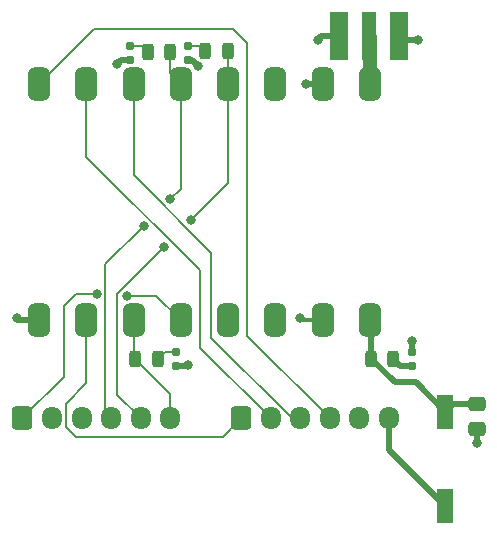
<source format=gtl>
%TF.GenerationSoftware,KiCad,Pcbnew,8.0.8*%
%TF.CreationDate,2025-04-18T09:22:24-04:00*%
%TF.ProjectId,RF4463F30-test-board,52463434-3633-4463-9330-2d746573742d,rev?*%
%TF.SameCoordinates,Original*%
%TF.FileFunction,Copper,L1,Top*%
%TF.FilePolarity,Positive*%
%FSLAX46Y46*%
G04 Gerber Fmt 4.6, Leading zero omitted, Abs format (unit mm)*
G04 Created by KiCad (PCBNEW 8.0.8) date 2025-04-18 09:22:24*
%MOMM*%
%LPD*%
G01*
G04 APERTURE LIST*
G04 Aperture macros list*
%AMRoundRect*
0 Rectangle with rounded corners*
0 $1 Rounding radius*
0 $2 $3 $4 $5 $6 $7 $8 $9 X,Y pos of 4 corners*
0 Add a 4 corners polygon primitive as box body*
4,1,4,$2,$3,$4,$5,$6,$7,$8,$9,$2,$3,0*
0 Add four circle primitives for the rounded corners*
1,1,$1+$1,$2,$3*
1,1,$1+$1,$4,$5*
1,1,$1+$1,$6,$7*
1,1,$1+$1,$8,$9*
0 Add four rect primitives between the rounded corners*
20,1,$1+$1,$2,$3,$4,$5,0*
20,1,$1+$1,$4,$5,$6,$7,0*
20,1,$1+$1,$6,$7,$8,$9,0*
20,1,$1+$1,$8,$9,$2,$3,0*%
G04 Aperture macros list end*
%TA.AperFunction,SMDPad,CuDef*%
%ADD10R,1.470000X3.000000*%
%TD*%
%TA.AperFunction,SMDPad,CuDef*%
%ADD11RoundRect,0.160000X-0.160000X0.197500X-0.160000X-0.197500X0.160000X-0.197500X0.160000X0.197500X0*%
%TD*%
%TA.AperFunction,SMDPad,CuDef*%
%ADD12RoundRect,0.243750X0.243750X0.456250X-0.243750X0.456250X-0.243750X-0.456250X0.243750X-0.456250X0*%
%TD*%
%TA.AperFunction,SMDPad,CuDef*%
%ADD13RoundRect,0.250000X-0.475000X0.337500X-0.475000X-0.337500X0.475000X-0.337500X0.475000X0.337500X0*%
%TD*%
%TA.AperFunction,SMDPad,CuDef*%
%ADD14RoundRect,0.243750X-0.243750X-0.456250X0.243750X-0.456250X0.243750X0.456250X-0.243750X0.456250X0*%
%TD*%
%TA.AperFunction,ComponentPad*%
%ADD15RoundRect,0.250000X-0.600000X-0.725000X0.600000X-0.725000X0.600000X0.725000X-0.600000X0.725000X0*%
%TD*%
%TA.AperFunction,ComponentPad*%
%ADD16O,1.700000X1.950000*%
%TD*%
%TA.AperFunction,SMDPad,CuDef*%
%ADD17R,1.270000X4.064000*%
%TD*%
%TA.AperFunction,SMDPad,CuDef*%
%ADD18R,1.524000X4.064000*%
%TD*%
%TA.AperFunction,SMDPad,CuDef*%
%ADD19RoundRect,0.450000X-0.450000X0.950000X-0.450000X-0.950000X0.450000X-0.950000X0.450000X0.950000X0*%
%TD*%
%TA.AperFunction,SMDPad,CuDef*%
%ADD20RoundRect,0.160000X0.160000X-0.197500X0.160000X0.197500X-0.160000X0.197500X-0.160000X-0.197500X0*%
%TD*%
%TA.AperFunction,ViaPad*%
%ADD21C,0.800000*%
%TD*%
%TA.AperFunction,Conductor*%
%ADD22C,1.201900*%
%TD*%
%TA.AperFunction,Conductor*%
%ADD23C,0.508000*%
%TD*%
%TA.AperFunction,Conductor*%
%ADD24C,0.304800*%
%TD*%
%TA.AperFunction,Conductor*%
%ADD25C,0.152400*%
%TD*%
G04 APERTURE END LIST*
D10*
%TO.P,FB1,1*%
%TO.N,VIN*%
X181800000Y-116000000D03*
%TO.P,FB1,2*%
%TO.N,+5V*%
X181800000Y-108000000D03*
%TD*%
D11*
%TO.P,R2,1*%
%TO.N,Net-(GPIO1-K)*%
X155062500Y-76977500D03*
%TO.P,R2,2*%
%TO.N,GND*%
X155062500Y-78172500D03*
%TD*%
D12*
%TO.P,IRQ1,1,K*%
%TO.N,Net-(IRQ1-K)*%
X157437500Y-103500000D03*
%TO.P,IRQ1,2,A*%
%TO.N,IRQ*%
X155562500Y-103500000D03*
%TD*%
D13*
%TO.P,C1,1*%
%TO.N,+5V*%
X184500000Y-107362500D03*
%TO.P,C1,2*%
%TO.N,GND*%
X184500000Y-109437500D03*
%TD*%
D14*
%TO.P,GPIO1,1,K*%
%TO.N,Net-(GPIO1-K)*%
X156625000Y-77500000D03*
%TO.P,GPIO1,2,A*%
%TO.N,GPIO1*%
X158500000Y-77500000D03*
%TD*%
D15*
%TO.P,J1,1,Pin_1*%
%TO.N,CS*%
X164500000Y-108550000D03*
D16*
%TO.P,J1,2,Pin_2*%
%TO.N,MOSI*%
X167000000Y-108550000D03*
%TO.P,J1,3,Pin_3*%
%TO.N,MISO*%
X169500000Y-108550000D03*
%TO.P,J1,4,Pin_4*%
%TO.N,SCK*%
X172000000Y-108550000D03*
%TO.P,J1,5,Pin_5*%
%TO.N,GND*%
X174500000Y-108550000D03*
%TO.P,J1,6,Pin_6*%
%TO.N,VIN*%
X177000000Y-108550000D03*
%TD*%
D14*
%TO.P,GPIO0,1,K*%
%TO.N,Net-(GPIO0-K)*%
X161492500Y-77465000D03*
%TO.P,GPIO0,2,A*%
%TO.N,GPIO0*%
X163367500Y-77465000D03*
%TD*%
D15*
%TO.P,J2,1,Pin_1*%
%TO.N,SDN*%
X146000000Y-108550000D03*
D16*
%TO.P,J2,2,Pin_2*%
%TO.N,unconnected-(J2-Pin_2-Pad2)*%
X148500000Y-108550000D03*
%TO.P,J2,3,Pin_3*%
%TO.N,unconnected-(J2-Pin_3-Pad3)*%
X151000000Y-108550000D03*
%TO.P,J2,4,Pin_4*%
%TO.N,GPIO1*%
X153500000Y-108550000D03*
%TO.P,J2,5,Pin_5*%
%TO.N,GPIO0*%
X156000000Y-108550000D03*
%TO.P,J2,6,Pin_6*%
%TO.N,IRQ*%
X158500000Y-108550000D03*
%TD*%
D11*
%TO.P,R1,1*%
%TO.N,Net-(IRQ1-K)*%
X159000000Y-102887500D03*
%TO.P,R1,2*%
%TO.N,GND*%
X159000000Y-104082500D03*
%TD*%
D17*
%TO.P,ANT1,1,In*%
%TO.N,Net-(ANT1-In)*%
X175340000Y-76200000D03*
D18*
%TO.P,ANT1,2,Ext*%
%TO.N,GND*%
X177880000Y-76200000D03*
X172800000Y-76200000D03*
%TD*%
D11*
%TO.P,R3,1*%
%TO.N,Net-(GPIO0-K)*%
X160000000Y-77000000D03*
%TO.P,R3,2*%
%TO.N,GND*%
X160000000Y-78195000D03*
%TD*%
D19*
%TO.P,RF4463F1,1,VCC*%
%TO.N,+5V*%
X175417500Y-100235000D03*
%TO.P,RF4463F1,2,GND*%
%TO.N,GND*%
X171417500Y-100235000D03*
%TO.P,RF4463F1,3,NC*%
%TO.N,unconnected-(RF4463F1-NC-Pad3)*%
X167417500Y-100235000D03*
%TO.P,RF4463F1,4,NC*%
%TO.N,unconnected-(RF4463F1-NC-Pad4)*%
X163417500Y-100235000D03*
%TO.P,RF4463F1,5,SDN*%
%TO.N,SDN*%
X159417500Y-100235000D03*
%TO.P,RF4463F1,6,IRQ*%
%TO.N,IRQ*%
X155417500Y-100235000D03*
%TO.P,RF4463F1,7,CS*%
%TO.N,CS*%
X151417500Y-100235000D03*
%TO.P,RF4463F1,8,GND*%
%TO.N,GND*%
X147417500Y-100235000D03*
%TO.P,RF4463F1,9,SCK*%
%TO.N,SCK*%
X147417500Y-80235000D03*
%TO.P,RF4463F1,10,SDI*%
%TO.N,MOSI*%
X151417500Y-80235000D03*
%TO.P,RF4463F1,11,SDO*%
%TO.N,MISO*%
X155417500Y-80235000D03*
%TO.P,RF4463F1,12,GPIO1*%
%TO.N,GPIO1*%
X159417500Y-80235000D03*
%TO.P,RF4463F1,13,GPIO0*%
%TO.N,GPIO0*%
X163417500Y-80235000D03*
%TO.P,RF4463F1,14,NC*%
%TO.N,unconnected-(RF4463F1-NC-Pad14)*%
X167417500Y-80235000D03*
%TO.P,RF4463F1,15,AGND*%
%TO.N,GND*%
X171417500Y-80235000D03*
%TO.P,RF4463F1,16,ANT*%
%TO.N,Net-(ANT1-In)*%
X175417500Y-80235000D03*
%TD*%
D20*
%TO.P,R4,1*%
%TO.N,Net-(5v0-K)*%
X179000000Y-104097500D03*
%TO.P,R4,2*%
%TO.N,GND*%
X179000000Y-102902500D03*
%TD*%
D12*
%TO.P,5v0,1,K*%
%TO.N,Net-(5v0-K)*%
X177375000Y-103500000D03*
%TO.P,5v0,2,A*%
%TO.N,+5V*%
X175500000Y-103500000D03*
%TD*%
D21*
%TO.N,GND*%
X154000000Y-78500000D03*
X169500000Y-100000000D03*
X160879523Y-78684578D03*
X171000000Y-76500000D03*
X160000000Y-104000000D03*
X145500000Y-100000000D03*
X170000000Y-80200000D03*
X184500000Y-110600000D03*
X179000000Y-102000000D03*
X179500000Y-76500000D03*
%TO.N,GPIO1*%
X156271854Y-92228146D03*
X158500000Y-90000000D03*
%TO.N,GPIO0*%
X158000000Y-94000000D03*
X160228146Y-91771854D03*
%TO.N,SDN*%
X152323800Y-98000000D03*
X154816246Y-98140046D03*
%TD*%
D22*
%TO.N,Net-(ANT1-In)*%
X175417500Y-76277500D02*
X175340000Y-76200000D01*
X175417500Y-80235000D02*
X175417500Y-76277500D01*
D23*
%TO.N,GND*%
X172800000Y-76200000D02*
X171300000Y-76200000D01*
X155062500Y-78172500D02*
X154327500Y-78172500D01*
X160389945Y-78195000D02*
X160879523Y-78684578D01*
X171300000Y-76200000D02*
X171000000Y-76500000D01*
X178180000Y-76500000D02*
X177880000Y-76200000D01*
X184500000Y-109437500D02*
X184500000Y-110600000D01*
X159917500Y-104082500D02*
X160000000Y-104000000D01*
X179500000Y-76500000D02*
X178180000Y-76500000D01*
X159000000Y-104082500D02*
X159917500Y-104082500D01*
D24*
X171417500Y-100235000D02*
X169735000Y-100235000D01*
D23*
X171417500Y-80235000D02*
X170035000Y-80235000D01*
X179000000Y-102902500D02*
X179000000Y-102000000D01*
X160000000Y-78195000D02*
X160389945Y-78195000D01*
X154327500Y-78172500D02*
X154000000Y-78500000D01*
X145735000Y-100235000D02*
X145500000Y-100000000D01*
X170035000Y-80235000D02*
X170000000Y-80200000D01*
D24*
X169735000Y-100235000D02*
X169500000Y-100000000D01*
D23*
X147417500Y-100235000D02*
X145735000Y-100235000D01*
D25*
%TO.N,IRQ*%
X158500000Y-106437500D02*
X155562500Y-103500000D01*
X155417500Y-100235000D02*
X155417500Y-103355000D01*
X158500000Y-108550000D02*
X158500000Y-106437500D01*
X155417500Y-103355000D02*
X155562500Y-103500000D01*
%TO.N,GPIO1*%
X159417500Y-89082500D02*
X158500000Y-90000000D01*
X159417500Y-80235000D02*
X159417500Y-89082500D01*
X158500000Y-79317500D02*
X159417500Y-80235000D01*
X153000000Y-95500000D02*
X153000000Y-108050000D01*
X153000000Y-108050000D02*
X153500000Y-108550000D01*
X158500000Y-77500000D02*
X158500000Y-79317500D01*
X156271854Y-92228146D02*
X153000000Y-95500000D01*
%TO.N,GPIO0*%
X154000000Y-106550000D02*
X156000000Y-108550000D01*
X163367500Y-80185000D02*
X163417500Y-80235000D01*
X154000000Y-98000000D02*
X154000000Y-106550000D01*
X163417500Y-80235000D02*
X163417500Y-88582500D01*
X163367500Y-77465000D02*
X163367500Y-80185000D01*
X158000000Y-94000000D02*
X154000000Y-98000000D01*
X163417500Y-88582500D02*
X160228146Y-91771854D01*
D23*
%TO.N,+5V*%
X177500000Y-105500000D02*
X175500000Y-103500000D01*
X181800000Y-108000000D02*
X179300000Y-105500000D01*
X175500000Y-100317500D02*
X175417500Y-100235000D01*
X182437500Y-107362500D02*
X181800000Y-108000000D01*
X175500000Y-103500000D02*
X175500000Y-100317500D01*
X184500000Y-107362500D02*
X182437500Y-107362500D01*
X179300000Y-105500000D02*
X177500000Y-105500000D01*
D25*
%TO.N,CS*%
X164500000Y-108550000D02*
X162950000Y-110100000D01*
X162950000Y-110100000D02*
X150500000Y-110100000D01*
X150500000Y-110100000D02*
X149700000Y-109300000D01*
X151417500Y-105582500D02*
X151417500Y-100235000D01*
X149700000Y-109300000D02*
X149700000Y-107300000D01*
X149700000Y-107300000D02*
X151417500Y-105582500D01*
%TO.N,MOSI*%
X161000000Y-96000000D02*
X151417500Y-86417500D01*
X151417500Y-86417500D02*
X151417500Y-80235000D01*
X167000000Y-108550000D02*
X161000000Y-102550000D01*
X161000000Y-102550000D02*
X161000000Y-96000000D01*
%TO.N,MISO*%
X168846850Y-108550000D02*
X162000000Y-101703150D01*
X162000000Y-101703150D02*
X162000000Y-94500000D01*
X155417500Y-87917500D02*
X155417500Y-80235000D01*
X169500000Y-108550000D02*
X168846850Y-108550000D01*
X162000000Y-94500000D02*
X155417500Y-87917500D01*
%TO.N,SDN*%
X150500000Y-98000000D02*
X149500000Y-99000000D01*
X157322546Y-98140046D02*
X154816246Y-98140046D01*
X149500000Y-99000000D02*
X149500000Y-105050000D01*
X152323800Y-98000000D02*
X150500000Y-98000000D01*
X159417500Y-100235000D02*
X157322546Y-98140046D01*
X149500000Y-105050000D02*
X146000000Y-108550000D01*
%TO.N,SCK*%
X165000000Y-76800000D02*
X163800000Y-75600000D01*
X163800000Y-75600000D02*
X152052500Y-75600000D01*
X165000000Y-101550000D02*
X165000000Y-76800000D01*
X172000000Y-108550000D02*
X165000000Y-101550000D01*
X152052500Y-75600000D02*
X147417500Y-80235000D01*
D23*
%TO.N,Net-(5v0-K)*%
X177972500Y-104097500D02*
X179000000Y-104097500D01*
X177375000Y-103500000D02*
X177972500Y-104097500D01*
D25*
%TO.N,Net-(GPIO0-K)*%
X160000000Y-77000000D02*
X161027500Y-77000000D01*
X161027500Y-77000000D02*
X161492500Y-77465000D01*
%TO.N,Net-(GPIO1-K)*%
X156102500Y-76977500D02*
X156625000Y-77500000D01*
X155062500Y-76977500D02*
X156102500Y-76977500D01*
%TO.N,Net-(IRQ1-K)*%
X157437500Y-103500000D02*
X158050000Y-102887500D01*
X158050000Y-102887500D02*
X159000000Y-102887500D01*
D23*
%TO.N,VIN*%
X177000000Y-111200000D02*
X181800000Y-116000000D01*
X177000000Y-108550000D02*
X177000000Y-111200000D01*
%TD*%
M02*

</source>
